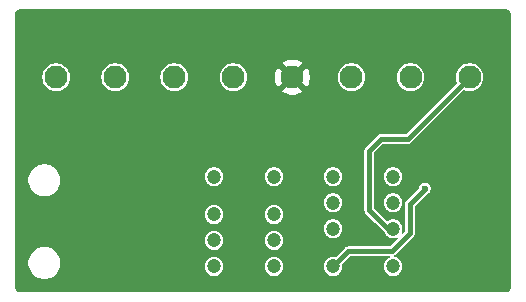
<source format=gbr>
%TF.GenerationSoftware,KiCad,Pcbnew,9.0.1*%
%TF.CreationDate,2025-06-11T23:13:23+02:00*%
%TF.ProjectId,PUTM_EV_CART_INDICATOR,5055544d-5f45-4565-9f43-4152545f494e,rev?*%
%TF.SameCoordinates,Original*%
%TF.FileFunction,Copper,L2,Bot*%
%TF.FilePolarity,Positive*%
%FSLAX46Y46*%
G04 Gerber Fmt 4.6, Leading zero omitted, Abs format (unit mm)*
G04 Created by KiCad (PCBNEW 9.0.1) date 2025-06-11 23:13:23*
%MOMM*%
%LPD*%
G01*
G04 APERTURE LIST*
%TA.AperFunction,ComponentPad*%
%ADD10C,1.200000*%
%TD*%
%TA.AperFunction,ComponentPad*%
%ADD11C,1.950000*%
%TD*%
%TA.AperFunction,ViaPad*%
%ADD12C,0.600000*%
%TD*%
%TA.AperFunction,Conductor*%
%ADD13C,0.400000*%
%TD*%
G04 APERTURE END LIST*
D10*
%TO.P,K3,1,COIL_1*%
%TO.N,+24V*%
X99357500Y-73700000D03*
%TO.P,K3,2,NC_1*%
%TO.N,unconnected-(K3-NC_1-Pad2)*%
X99357500Y-76900000D03*
%TO.P,K3,3,COM_1*%
%TO.N,+24V*%
X99357500Y-79100000D03*
%TO.P,K3,4,NO_1*%
%TO.N,Net-(K3-NO_1)*%
X99357500Y-81300000D03*
%TO.P,K3,5,NO_2*%
%TO.N,/TSAL_COLUMN*%
X104437500Y-81300000D03*
%TO.P,K3,6,COM_2*%
%TO.N,+24V*%
X104437500Y-79100000D03*
%TO.P,K3,7,NC_2*%
%TO.N,unconnected-(K3-NC_2-Pad7)*%
X104437500Y-76900000D03*
%TO.P,K3,8,COIL_2*%
%TO.N,Net-(D2-A)*%
X104437500Y-73700000D03*
%TD*%
%TO.P,K4,1,COIL_1*%
%TO.N,+24V*%
X114517500Y-81300000D03*
%TO.P,K4,2,NC_1*%
%TO.N,/IMD_COLUMN*%
X114517500Y-78100000D03*
%TO.P,K4,3,COM_1*%
%TO.N,+24V*%
X114517500Y-75900000D03*
%TO.P,K4,4,NO_1*%
%TO.N,unconnected-(K4-NO_1-Pad4)*%
X114517500Y-73700000D03*
%TO.P,K4,5,NO_2*%
%TO.N,unconnected-(K4-NO_2-Pad5)*%
X109437500Y-73700000D03*
%TO.P,K4,6,COM_2*%
%TO.N,+24V*%
X109437500Y-75900000D03*
%TO.P,K4,7,NC_2*%
%TO.N,Net-(K4-NC_2)*%
X109437500Y-78100000D03*
%TO.P,K4,8,COIL_2*%
%TO.N,Net-(D1-A)*%
X109437500Y-81300000D03*
%TD*%
D11*
%TO.P,J1,1,Pin_1*%
%TO.N,/TSAL_COLUMN*%
X86000000Y-65280000D03*
%TO.P,J1,2,Pin_2*%
%TO.N,/TSAL_LED*%
X91000000Y-65280000D03*
%TO.P,J1,3,Pin_3*%
%TO.N,/TSAL_GREEN*%
X96000000Y-65280000D03*
%TO.P,J1,4,Pin_4*%
%TO.N,+24V*%
X101000000Y-65280000D03*
%TO.P,J1,5,Pin_5*%
%TO.N,GND*%
X106000000Y-65280000D03*
%TO.P,J1,6,Pin_6*%
%TO.N,/IMD*%
X111000000Y-65280000D03*
%TO.P,J1,7,Pin_7*%
%TO.N,/IMD_LED*%
X116000000Y-65280000D03*
%TO.P,J1,8,Pin_8*%
%TO.N,/IMD_COLUMN*%
X121000000Y-65280000D03*
%TD*%
D12*
%TO.N,GND*%
X119000000Y-82500000D03*
X121200000Y-74000000D03*
X102500000Y-71000000D03*
X123500000Y-82000000D03*
X102000000Y-77000000D03*
X89500000Y-78500000D03*
X96000000Y-81000000D03*
X105500000Y-75000000D03*
%TO.N,Net-(D1-A)*%
X117218750Y-74718750D03*
%TD*%
D13*
%TO.N,/IMD_COLUMN*%
X114100000Y-78100000D02*
X114517500Y-78100000D01*
X113500000Y-70500000D02*
X112500000Y-71500000D01*
X115780000Y-70500000D02*
X113500000Y-70500000D01*
X121000000Y-65280000D02*
X115780000Y-70500000D01*
X112500000Y-71500000D02*
X112500000Y-76500000D01*
X112500000Y-76500000D02*
X114100000Y-78100000D01*
%TO.N,Net-(D1-A)*%
X115937500Y-76000000D02*
X115937500Y-78500000D01*
X117218750Y-74718750D02*
X115937500Y-76000000D01*
X114437500Y-80000000D02*
X110737500Y-80000000D01*
X110737500Y-80000000D02*
X109437500Y-81300000D01*
X115937500Y-78500000D02*
X114437500Y-80000000D01*
%TD*%
%TA.AperFunction,Conductor*%
%TO.N,GND*%
G36*
X124004126Y-59500965D02*
G01*
X124014292Y-59502110D01*
X124102873Y-59512091D01*
X124119013Y-59515775D01*
X124208852Y-59547211D01*
X124223781Y-59554400D01*
X124304372Y-59605038D01*
X124317328Y-59615370D01*
X124384629Y-59682671D01*
X124394961Y-59695627D01*
X124445599Y-59776218D01*
X124452788Y-59791147D01*
X124484222Y-59880980D01*
X124487909Y-59897131D01*
X124499035Y-59995873D01*
X124499500Y-60004159D01*
X124499500Y-82995840D01*
X124499035Y-83004126D01*
X124487909Y-83102868D01*
X124484221Y-83119023D01*
X124452788Y-83208852D01*
X124445599Y-83223781D01*
X124394961Y-83304372D01*
X124384629Y-83317328D01*
X124317328Y-83384629D01*
X124304372Y-83394961D01*
X124223781Y-83445599D01*
X124208852Y-83452788D01*
X124135258Y-83478539D01*
X124119021Y-83484221D01*
X124102868Y-83487909D01*
X124004127Y-83499035D01*
X123995841Y-83499500D01*
X83004159Y-83499500D01*
X82995873Y-83499035D01*
X82897131Y-83487909D01*
X82880980Y-83484222D01*
X82833867Y-83467736D01*
X82791147Y-83452788D01*
X82776218Y-83445599D01*
X82695627Y-83394961D01*
X82682671Y-83384629D01*
X82615370Y-83317328D01*
X82605038Y-83304372D01*
X82554400Y-83223781D01*
X82547211Y-83208852D01*
X82515775Y-83119013D01*
X82512091Y-83102873D01*
X82500965Y-83004125D01*
X82500500Y-82995840D01*
X82500500Y-80893711D01*
X83649500Y-80893711D01*
X83649500Y-81106288D01*
X83682753Y-81316240D01*
X83682756Y-81316253D01*
X83748440Y-81518406D01*
X83844948Y-81707816D01*
X83919399Y-81810288D01*
X83969896Y-81879792D01*
X84120208Y-82030104D01*
X84174756Y-82069735D01*
X84292183Y-82155051D01*
X84383474Y-82201565D01*
X84481588Y-82251557D01*
X84481590Y-82251557D01*
X84481593Y-82251559D01*
X84683746Y-82317243D01*
X84683752Y-82317244D01*
X84683757Y-82317246D01*
X84788735Y-82333873D01*
X84893711Y-82350500D01*
X84893713Y-82350500D01*
X85106289Y-82350500D01*
X85190269Y-82337198D01*
X85316243Y-82317246D01*
X85316250Y-82317243D01*
X85316253Y-82317243D01*
X85518406Y-82251559D01*
X85518406Y-82251558D01*
X85518412Y-82251557D01*
X85707816Y-82155051D01*
X85879792Y-82030104D01*
X86030104Y-81879792D01*
X86155051Y-81707816D01*
X86251557Y-81518412D01*
X86317246Y-81316243D01*
X86332306Y-81221159D01*
X98557000Y-81221159D01*
X98557000Y-81378840D01*
X98587761Y-81533491D01*
X98587764Y-81533501D01*
X98648103Y-81679174D01*
X98648105Y-81679177D01*
X98648106Y-81679179D01*
X98735711Y-81810289D01*
X98847211Y-81921789D01*
X98978321Y-82009394D01*
X98978326Y-82009396D01*
X98978325Y-82009396D01*
X99123998Y-82069735D01*
X99124003Y-82069737D01*
X99278658Y-82100500D01*
X99278660Y-82100500D01*
X99436340Y-82100500D01*
X99436342Y-82100500D01*
X99590997Y-82069737D01*
X99736679Y-82009394D01*
X99867789Y-81921789D01*
X99979289Y-81810289D01*
X100066894Y-81679179D01*
X100127237Y-81533497D01*
X100158000Y-81378842D01*
X100158000Y-81221159D01*
X103637000Y-81221159D01*
X103637000Y-81378840D01*
X103667761Y-81533491D01*
X103667764Y-81533501D01*
X103728103Y-81679174D01*
X103728105Y-81679177D01*
X103728106Y-81679179D01*
X103815711Y-81810289D01*
X103927211Y-81921789D01*
X104058321Y-82009394D01*
X104058326Y-82009396D01*
X104058325Y-82009396D01*
X104203998Y-82069735D01*
X104204003Y-82069737D01*
X104358658Y-82100500D01*
X104358660Y-82100500D01*
X104516340Y-82100500D01*
X104516342Y-82100500D01*
X104670997Y-82069737D01*
X104816679Y-82009394D01*
X104947789Y-81921789D01*
X105059289Y-81810289D01*
X105146894Y-81679179D01*
X105207237Y-81533497D01*
X105238000Y-81378842D01*
X105238000Y-81221159D01*
X108637000Y-81221159D01*
X108637000Y-81378840D01*
X108667761Y-81533491D01*
X108667764Y-81533501D01*
X108728103Y-81679174D01*
X108728105Y-81679177D01*
X108728106Y-81679179D01*
X108815711Y-81810289D01*
X108927211Y-81921789D01*
X109058321Y-82009394D01*
X109058326Y-82009396D01*
X109058325Y-82009396D01*
X109203998Y-82069735D01*
X109204003Y-82069737D01*
X109358658Y-82100500D01*
X109358660Y-82100500D01*
X109516340Y-82100500D01*
X109516342Y-82100500D01*
X109670997Y-82069737D01*
X109816679Y-82009394D01*
X109947789Y-81921789D01*
X110059289Y-81810289D01*
X110146894Y-81679179D01*
X110207237Y-81533497D01*
X110238000Y-81378842D01*
X110238000Y-81221158D01*
X110219955Y-81130443D01*
X110231004Y-81074897D01*
X110240202Y-81063688D01*
X110881718Y-80422174D01*
X110934044Y-80400500D01*
X114225256Y-80400500D01*
X114277582Y-80422174D01*
X114299256Y-80474500D01*
X114277582Y-80526826D01*
X114253574Y-80542867D01*
X114138325Y-80590603D01*
X114007211Y-80678210D01*
X114007210Y-80678212D01*
X113895712Y-80789710D01*
X113895710Y-80789711D01*
X113808103Y-80920825D01*
X113747764Y-81066498D01*
X113747761Y-81066508D01*
X113717000Y-81221159D01*
X113717000Y-81378840D01*
X113747761Y-81533491D01*
X113747764Y-81533501D01*
X113808103Y-81679174D01*
X113808105Y-81679177D01*
X113808106Y-81679179D01*
X113895711Y-81810289D01*
X114007211Y-81921789D01*
X114138321Y-82009394D01*
X114138326Y-82009396D01*
X114138325Y-82009396D01*
X114283998Y-82069735D01*
X114284003Y-82069737D01*
X114438658Y-82100500D01*
X114438660Y-82100500D01*
X114596340Y-82100500D01*
X114596342Y-82100500D01*
X114750997Y-82069737D01*
X114896679Y-82009394D01*
X115027789Y-81921789D01*
X115139289Y-81810289D01*
X115226894Y-81679179D01*
X115287237Y-81533497D01*
X115318000Y-81378842D01*
X115318000Y-81221158D01*
X115287237Y-81066503D01*
X115226894Y-80920821D01*
X115139289Y-80789711D01*
X115027789Y-80678211D01*
X114896679Y-80590606D01*
X114896675Y-80590604D01*
X114896673Y-80590603D01*
X114896674Y-80590603D01*
X114751001Y-80530264D01*
X114750991Y-80530261D01*
X114623319Y-80504866D01*
X114576227Y-80473400D01*
X114565178Y-80417851D01*
X114596644Y-80370759D01*
X114600745Y-80368208D01*
X114683413Y-80320480D01*
X116257980Y-78745913D01*
X116310706Y-78654588D01*
X116310707Y-78654587D01*
X116338000Y-78552727D01*
X116338000Y-76196544D01*
X116359673Y-76144219D01*
X117270623Y-75233268D01*
X117303793Y-75214117D01*
X117411936Y-75185142D01*
X117526064Y-75119250D01*
X117619250Y-75026064D01*
X117685142Y-74911936D01*
X117719249Y-74784644D01*
X117719250Y-74784644D01*
X117719250Y-74652856D01*
X117719249Y-74652855D01*
X117685143Y-74525568D01*
X117685142Y-74525564D01*
X117619250Y-74411436D01*
X117526064Y-74318250D01*
X117522583Y-74316240D01*
X117411940Y-74252360D01*
X117411931Y-74252356D01*
X117284644Y-74218250D01*
X117284642Y-74218250D01*
X117152858Y-74218250D01*
X117152856Y-74218250D01*
X117025568Y-74252356D01*
X117025559Y-74252360D01*
X116911435Y-74318250D01*
X116818250Y-74411435D01*
X116752359Y-74525561D01*
X116752358Y-74525563D01*
X116752358Y-74525564D01*
X116723381Y-74633706D01*
X116704230Y-74666876D01*
X115617017Y-75754090D01*
X115564292Y-75845412D01*
X115564293Y-75845413D01*
X115537000Y-75947273D01*
X115537000Y-78303455D01*
X115515326Y-78355781D01*
X115373257Y-78497849D01*
X115320931Y-78519523D01*
X115268605Y-78497849D01*
X115246931Y-78445523D01*
X115252563Y-78417207D01*
X115287237Y-78333497D01*
X115318000Y-78178842D01*
X115318000Y-78021158D01*
X115287237Y-77866503D01*
X115226894Y-77720821D01*
X115139289Y-77589711D01*
X115027789Y-77478211D01*
X114896679Y-77390606D01*
X114896675Y-77390604D01*
X114896673Y-77390603D01*
X114896674Y-77390603D01*
X114751001Y-77330264D01*
X114750991Y-77330261D01*
X114647425Y-77309661D01*
X114596342Y-77299500D01*
X114438658Y-77299500D01*
X114394815Y-77308220D01*
X114284008Y-77330261D01*
X114283998Y-77330264D01*
X114138318Y-77390606D01*
X114080119Y-77429493D01*
X114024570Y-77440542D01*
X113986682Y-77420290D01*
X112922174Y-76355781D01*
X112900500Y-76303455D01*
X112900500Y-75821159D01*
X113717000Y-75821159D01*
X113717000Y-75978840D01*
X113747761Y-76133491D01*
X113747764Y-76133501D01*
X113808103Y-76279174D01*
X113881960Y-76389710D01*
X113895711Y-76410289D01*
X114007211Y-76521789D01*
X114138321Y-76609394D01*
X114138326Y-76609396D01*
X114138325Y-76609396D01*
X114247439Y-76654592D01*
X114284003Y-76669737D01*
X114438658Y-76700500D01*
X114438660Y-76700500D01*
X114596340Y-76700500D01*
X114596342Y-76700500D01*
X114750997Y-76669737D01*
X114896679Y-76609394D01*
X115027789Y-76521789D01*
X115139289Y-76410289D01*
X115226894Y-76279179D01*
X115287237Y-76133497D01*
X115318000Y-75978842D01*
X115318000Y-75821158D01*
X115287237Y-75666503D01*
X115226894Y-75520821D01*
X115139289Y-75389711D01*
X115027789Y-75278211D01*
X114896679Y-75190606D01*
X114896675Y-75190604D01*
X114896673Y-75190603D01*
X114896674Y-75190603D01*
X114751001Y-75130264D01*
X114750991Y-75130261D01*
X114647425Y-75109661D01*
X114596342Y-75099500D01*
X114438658Y-75099500D01*
X114394815Y-75108220D01*
X114284008Y-75130261D01*
X114283998Y-75130264D01*
X114138325Y-75190603D01*
X114007211Y-75278210D01*
X114007210Y-75278212D01*
X113895712Y-75389710D01*
X113895710Y-75389711D01*
X113808103Y-75520825D01*
X113747764Y-75666498D01*
X113747761Y-75666508D01*
X113717000Y-75821159D01*
X112900500Y-75821159D01*
X112900500Y-73621159D01*
X113717000Y-73621159D01*
X113717000Y-73778840D01*
X113747761Y-73933491D01*
X113747764Y-73933501D01*
X113808103Y-74079174D01*
X113808105Y-74079177D01*
X113808106Y-74079179D01*
X113895711Y-74210289D01*
X114007211Y-74321789D01*
X114138321Y-74409394D01*
X114138326Y-74409396D01*
X114138325Y-74409396D01*
X114283998Y-74469735D01*
X114284003Y-74469737D01*
X114438658Y-74500500D01*
X114438660Y-74500500D01*
X114596340Y-74500500D01*
X114596342Y-74500500D01*
X114750997Y-74469737D01*
X114896679Y-74409394D01*
X115027789Y-74321789D01*
X115139289Y-74210289D01*
X115226894Y-74079179D01*
X115287237Y-73933497D01*
X115318000Y-73778842D01*
X115318000Y-73621158D01*
X115287237Y-73466503D01*
X115226894Y-73320821D01*
X115139289Y-73189711D01*
X115027789Y-73078211D01*
X114896679Y-72990606D01*
X114896675Y-72990604D01*
X114896673Y-72990603D01*
X114896674Y-72990603D01*
X114751001Y-72930264D01*
X114750991Y-72930261D01*
X114647425Y-72909661D01*
X114596342Y-72899500D01*
X114438658Y-72899500D01*
X114394815Y-72908220D01*
X114284008Y-72930261D01*
X114283998Y-72930264D01*
X114138325Y-72990603D01*
X114007211Y-73078210D01*
X114007210Y-73078212D01*
X113895712Y-73189710D01*
X113895710Y-73189711D01*
X113808103Y-73320825D01*
X113747764Y-73466498D01*
X113747761Y-73466508D01*
X113717000Y-73621159D01*
X112900500Y-73621159D01*
X112900500Y-71696544D01*
X112922174Y-71644218D01*
X113644218Y-70922174D01*
X113696544Y-70900500D01*
X115832726Y-70900500D01*
X115832727Y-70900500D01*
X115934588Y-70873207D01*
X116025913Y-70820480D01*
X120463216Y-66383175D01*
X120515541Y-66361502D01*
X120545862Y-66368786D01*
X120546078Y-66368266D01*
X120548770Y-66369381D01*
X120724725Y-66426552D01*
X120724731Y-66426553D01*
X120724736Y-66426555D01*
X120816111Y-66441027D01*
X120907484Y-66455500D01*
X120907486Y-66455500D01*
X121092516Y-66455500D01*
X121165614Y-66443922D01*
X121275264Y-66426555D01*
X121275271Y-66426552D01*
X121275274Y-66426552D01*
X121451232Y-66369380D01*
X121451232Y-66369379D01*
X121451235Y-66369379D01*
X121616096Y-66285378D01*
X121765787Y-66176621D01*
X121896621Y-66045787D01*
X122005378Y-65896096D01*
X122089379Y-65731235D01*
X122146555Y-65555264D01*
X122175500Y-65372514D01*
X122175500Y-65187486D01*
X122146555Y-65004736D01*
X122146553Y-65004731D01*
X122146552Y-65004725D01*
X122089380Y-64828767D01*
X122089378Y-64828763D01*
X122030803Y-64713804D01*
X122005378Y-64663904D01*
X121896621Y-64514213D01*
X121765787Y-64383379D01*
X121765784Y-64383376D01*
X121765782Y-64383375D01*
X121616098Y-64274623D01*
X121616092Y-64274620D01*
X121451236Y-64190621D01*
X121451232Y-64190619D01*
X121275274Y-64133447D01*
X121275261Y-64133444D01*
X121092516Y-64104500D01*
X121092514Y-64104500D01*
X120907486Y-64104500D01*
X120907484Y-64104500D01*
X120724738Y-64133444D01*
X120724725Y-64133447D01*
X120548767Y-64190619D01*
X120548763Y-64190621D01*
X120383907Y-64274620D01*
X120383901Y-64274623D01*
X120234217Y-64383375D01*
X120103375Y-64514217D01*
X119994623Y-64663901D01*
X119994620Y-64663907D01*
X119910621Y-64828763D01*
X119910619Y-64828767D01*
X119853447Y-65004725D01*
X119853444Y-65004738D01*
X119824500Y-65187484D01*
X119824500Y-65372515D01*
X119853444Y-65555261D01*
X119853447Y-65555274D01*
X119910618Y-65731229D01*
X119911734Y-65733922D01*
X119910705Y-65734347D01*
X119914873Y-65787327D01*
X119896822Y-65816783D01*
X115635781Y-70077826D01*
X115583455Y-70099500D01*
X113557273Y-70099500D01*
X113557257Y-70099499D01*
X113552727Y-70099499D01*
X113447273Y-70099499D01*
X113447271Y-70099499D01*
X113345416Y-70126791D01*
X113345411Y-70126793D01*
X113254086Y-70179520D01*
X113179518Y-70254089D01*
X112179517Y-71254090D01*
X112126792Y-71345412D01*
X112126793Y-71345413D01*
X112099500Y-71447273D01*
X112099500Y-76447273D01*
X112099500Y-76552727D01*
X112114684Y-76609394D01*
X112126793Y-76654588D01*
X112126795Y-76654592D01*
X112179517Y-76745909D01*
X112179518Y-76745910D01*
X112179520Y-76745913D01*
X113023318Y-77589710D01*
X113727087Y-78293479D01*
X113746628Y-78330036D01*
X113746706Y-78330013D01*
X113746824Y-78330403D01*
X113747339Y-78331366D01*
X113747762Y-78333494D01*
X113747763Y-78333499D01*
X113808103Y-78479174D01*
X113881960Y-78589710D01*
X113895711Y-78610289D01*
X114007211Y-78721789D01*
X114138321Y-78809394D01*
X114138326Y-78809396D01*
X114138325Y-78809396D01*
X114200294Y-78835064D01*
X114284003Y-78869737D01*
X114438658Y-78900500D01*
X114438660Y-78900500D01*
X114596340Y-78900500D01*
X114596342Y-78900500D01*
X114750997Y-78869737D01*
X114834706Y-78835064D01*
X114891342Y-78835064D01*
X114931390Y-78875112D01*
X114931390Y-78931750D01*
X114915349Y-78955757D01*
X114293281Y-79577826D01*
X114240955Y-79599500D01*
X110794773Y-79599500D01*
X110794757Y-79599499D01*
X110790227Y-79599499D01*
X110684773Y-79599499D01*
X110684771Y-79599499D01*
X110582916Y-79626791D01*
X110582911Y-79626793D01*
X110491586Y-79679520D01*
X110417018Y-79754089D01*
X109673815Y-80497291D01*
X109621489Y-80518965D01*
X109607053Y-80517543D01*
X109516342Y-80499500D01*
X109358658Y-80499500D01*
X109314815Y-80508220D01*
X109204008Y-80530261D01*
X109203998Y-80530264D01*
X109058325Y-80590603D01*
X108927211Y-80678210D01*
X108927210Y-80678212D01*
X108815712Y-80789710D01*
X108815710Y-80789711D01*
X108728103Y-80920825D01*
X108667764Y-81066498D01*
X108667761Y-81066508D01*
X108637000Y-81221159D01*
X105238000Y-81221159D01*
X105238000Y-81221158D01*
X105207237Y-81066503D01*
X105146894Y-80920821D01*
X105059289Y-80789711D01*
X104947789Y-80678211D01*
X104816679Y-80590606D01*
X104816675Y-80590604D01*
X104816673Y-80590603D01*
X104816674Y-80590603D01*
X104671001Y-80530264D01*
X104670991Y-80530261D01*
X104567425Y-80509661D01*
X104516342Y-80499500D01*
X104358658Y-80499500D01*
X104314815Y-80508220D01*
X104204008Y-80530261D01*
X104203998Y-80530264D01*
X104058325Y-80590603D01*
X103927211Y-80678210D01*
X103927210Y-80678212D01*
X103815712Y-80789710D01*
X103815710Y-80789711D01*
X103728103Y-80920825D01*
X103667764Y-81066498D01*
X103667761Y-81066508D01*
X103637000Y-81221159D01*
X100158000Y-81221159D01*
X100158000Y-81221158D01*
X100127237Y-81066503D01*
X100066894Y-80920821D01*
X99979289Y-80789711D01*
X99867789Y-80678211D01*
X99736679Y-80590606D01*
X99736675Y-80590604D01*
X99736673Y-80590603D01*
X99736674Y-80590603D01*
X99591001Y-80530264D01*
X99590991Y-80530261D01*
X99487425Y-80509661D01*
X99436342Y-80499500D01*
X99278658Y-80499500D01*
X99234815Y-80508220D01*
X99124008Y-80530261D01*
X99123998Y-80530264D01*
X98978325Y-80590603D01*
X98847211Y-80678210D01*
X98847210Y-80678212D01*
X98735712Y-80789710D01*
X98735710Y-80789711D01*
X98648103Y-80920825D01*
X98587764Y-81066498D01*
X98587761Y-81066508D01*
X98557000Y-81221159D01*
X86332306Y-81221159D01*
X86350500Y-81106287D01*
X86350500Y-80893713D01*
X86317246Y-80683757D01*
X86317244Y-80683752D01*
X86317243Y-80683746D01*
X86251559Y-80481593D01*
X86251557Y-80481590D01*
X86251557Y-80481588D01*
X86169469Y-80320480D01*
X86155051Y-80292183D01*
X86099451Y-80215656D01*
X86030104Y-80120208D01*
X85879792Y-79969896D01*
X85784276Y-79900500D01*
X85707816Y-79844948D01*
X85518406Y-79748440D01*
X85316253Y-79682756D01*
X85316240Y-79682753D01*
X85106289Y-79649500D01*
X85106287Y-79649500D01*
X84893713Y-79649500D01*
X84893711Y-79649500D01*
X84683759Y-79682753D01*
X84683746Y-79682756D01*
X84481593Y-79748440D01*
X84292183Y-79844948D01*
X84120212Y-79969893D01*
X84120208Y-79969896D01*
X83969896Y-80120208D01*
X83969893Y-80120211D01*
X83969893Y-80120212D01*
X83844948Y-80292183D01*
X83748440Y-80481593D01*
X83682756Y-80683746D01*
X83682753Y-80683759D01*
X83649500Y-80893711D01*
X82500500Y-80893711D01*
X82500500Y-79021159D01*
X98557000Y-79021159D01*
X98557000Y-79178840D01*
X98587761Y-79333491D01*
X98587764Y-79333501D01*
X98648103Y-79479174D01*
X98648105Y-79479177D01*
X98648106Y-79479179D01*
X98735711Y-79610289D01*
X98847211Y-79721789D01*
X98978321Y-79809394D01*
X98978326Y-79809396D01*
X98978325Y-79809396D01*
X99064159Y-79844949D01*
X99124003Y-79869737D01*
X99278658Y-79900500D01*
X99278660Y-79900500D01*
X99436340Y-79900500D01*
X99436342Y-79900500D01*
X99590997Y-79869737D01*
X99736679Y-79809394D01*
X99867789Y-79721789D01*
X99979289Y-79610289D01*
X100066894Y-79479179D01*
X100127237Y-79333497D01*
X100158000Y-79178842D01*
X100158000Y-79021159D01*
X103637000Y-79021159D01*
X103637000Y-79178840D01*
X103667761Y-79333491D01*
X103667764Y-79333501D01*
X103728103Y-79479174D01*
X103728105Y-79479177D01*
X103728106Y-79479179D01*
X103815711Y-79610289D01*
X103927211Y-79721789D01*
X104058321Y-79809394D01*
X104058326Y-79809396D01*
X104058325Y-79809396D01*
X104144159Y-79844949D01*
X104204003Y-79869737D01*
X104358658Y-79900500D01*
X104358660Y-79900500D01*
X104516340Y-79900500D01*
X104516342Y-79900500D01*
X104670997Y-79869737D01*
X104816679Y-79809394D01*
X104947789Y-79721789D01*
X105059289Y-79610289D01*
X105146894Y-79479179D01*
X105207237Y-79333497D01*
X105238000Y-79178842D01*
X105238000Y-79021158D01*
X105207237Y-78866503D01*
X105183582Y-78809394D01*
X105146896Y-78720825D01*
X105146895Y-78720823D01*
X105146894Y-78720821D01*
X105059289Y-78589711D01*
X104947789Y-78478211D01*
X104816679Y-78390606D01*
X104816675Y-78390604D01*
X104816673Y-78390603D01*
X104816674Y-78390603D01*
X104671001Y-78330264D01*
X104670991Y-78330261D01*
X104565871Y-78309352D01*
X104516342Y-78299500D01*
X104358658Y-78299500D01*
X104314815Y-78308220D01*
X104204008Y-78330261D01*
X104203998Y-78330264D01*
X104058325Y-78390603D01*
X103927211Y-78478210D01*
X103927210Y-78478212D01*
X103815712Y-78589710D01*
X103815710Y-78589711D01*
X103728103Y-78720825D01*
X103667764Y-78866498D01*
X103667761Y-78866508D01*
X103637000Y-79021159D01*
X100158000Y-79021159D01*
X100158000Y-79021158D01*
X100127237Y-78866503D01*
X100103582Y-78809394D01*
X100066896Y-78720825D01*
X100066895Y-78720823D01*
X100066894Y-78720821D01*
X99979289Y-78589711D01*
X99867789Y-78478211D01*
X99736679Y-78390606D01*
X99736675Y-78390604D01*
X99736673Y-78390603D01*
X99736674Y-78390603D01*
X99591001Y-78330264D01*
X99590991Y-78330261D01*
X99485871Y-78309352D01*
X99436342Y-78299500D01*
X99278658Y-78299500D01*
X99234815Y-78308220D01*
X99124008Y-78330261D01*
X99123998Y-78330264D01*
X98978325Y-78390603D01*
X98847211Y-78478210D01*
X98847210Y-78478212D01*
X98735712Y-78589710D01*
X98735710Y-78589711D01*
X98648103Y-78720825D01*
X98587764Y-78866498D01*
X98587761Y-78866508D01*
X98557000Y-79021159D01*
X82500500Y-79021159D01*
X82500500Y-78021159D01*
X108637000Y-78021159D01*
X108637000Y-78178840D01*
X108667761Y-78333491D01*
X108667764Y-78333501D01*
X108728103Y-78479174D01*
X108801960Y-78589710D01*
X108815711Y-78610289D01*
X108927211Y-78721789D01*
X109058321Y-78809394D01*
X109058326Y-78809396D01*
X109058325Y-78809396D01*
X109120294Y-78835064D01*
X109204003Y-78869737D01*
X109358658Y-78900500D01*
X109358660Y-78900500D01*
X109516340Y-78900500D01*
X109516342Y-78900500D01*
X109670997Y-78869737D01*
X109816679Y-78809394D01*
X109947789Y-78721789D01*
X110059289Y-78610289D01*
X110146894Y-78479179D01*
X110207237Y-78333497D01*
X110238000Y-78178842D01*
X110238000Y-78021158D01*
X110207237Y-77866503D01*
X110146894Y-77720821D01*
X110059289Y-77589711D01*
X109947789Y-77478211D01*
X109816679Y-77390606D01*
X109816675Y-77390604D01*
X109816673Y-77390603D01*
X109816674Y-77390603D01*
X109671001Y-77330264D01*
X109670991Y-77330261D01*
X109567425Y-77309661D01*
X109516342Y-77299500D01*
X109358658Y-77299500D01*
X109314815Y-77308220D01*
X109204008Y-77330261D01*
X109203998Y-77330264D01*
X109058325Y-77390603D01*
X108927211Y-77478210D01*
X108927210Y-77478212D01*
X108815712Y-77589710D01*
X108815710Y-77589711D01*
X108728103Y-77720825D01*
X108667764Y-77866498D01*
X108667761Y-77866508D01*
X108637000Y-78021159D01*
X82500500Y-78021159D01*
X82500500Y-76821159D01*
X98557000Y-76821159D01*
X98557000Y-76978840D01*
X98587761Y-77133491D01*
X98587764Y-77133501D01*
X98648103Y-77279174D01*
X98648105Y-77279177D01*
X98648106Y-77279179D01*
X98735711Y-77410289D01*
X98847211Y-77521789D01*
X98978321Y-77609394D01*
X98978326Y-77609396D01*
X98978325Y-77609396D01*
X99123998Y-77669735D01*
X99124003Y-77669737D01*
X99278658Y-77700500D01*
X99278660Y-77700500D01*
X99436340Y-77700500D01*
X99436342Y-77700500D01*
X99590997Y-77669737D01*
X99736679Y-77609394D01*
X99867789Y-77521789D01*
X99979289Y-77410289D01*
X100066894Y-77279179D01*
X100127237Y-77133497D01*
X100158000Y-76978842D01*
X100158000Y-76821159D01*
X103637000Y-76821159D01*
X103637000Y-76978840D01*
X103667761Y-77133491D01*
X103667764Y-77133501D01*
X103728103Y-77279174D01*
X103728105Y-77279177D01*
X103728106Y-77279179D01*
X103815711Y-77410289D01*
X103927211Y-77521789D01*
X104058321Y-77609394D01*
X104058326Y-77609396D01*
X104058325Y-77609396D01*
X104203998Y-77669735D01*
X104204003Y-77669737D01*
X104358658Y-77700500D01*
X104358660Y-77700500D01*
X104516340Y-77700500D01*
X104516342Y-77700500D01*
X104670997Y-77669737D01*
X104816679Y-77609394D01*
X104947789Y-77521789D01*
X105059289Y-77410289D01*
X105146894Y-77279179D01*
X105207237Y-77133497D01*
X105238000Y-76978842D01*
X105238000Y-76821158D01*
X105207237Y-76666503D01*
X105146894Y-76520821D01*
X105059289Y-76389711D01*
X104947789Y-76278211D01*
X104816679Y-76190606D01*
X104816675Y-76190604D01*
X104816673Y-76190603D01*
X104816674Y-76190603D01*
X104671001Y-76130264D01*
X104670991Y-76130261D01*
X104567425Y-76109661D01*
X104516342Y-76099500D01*
X104358658Y-76099500D01*
X104314815Y-76108220D01*
X104204008Y-76130261D01*
X104203998Y-76130264D01*
X104058325Y-76190603D01*
X103927211Y-76278210D01*
X103927210Y-76278212D01*
X103815712Y-76389710D01*
X103815710Y-76389711D01*
X103728103Y-76520825D01*
X103667764Y-76666498D01*
X103667761Y-76666508D01*
X103637000Y-76821159D01*
X100158000Y-76821159D01*
X100158000Y-76821158D01*
X100127237Y-76666503D01*
X100066894Y-76520821D01*
X99979289Y-76389711D01*
X99867789Y-76278211D01*
X99736679Y-76190606D01*
X99736675Y-76190604D01*
X99736673Y-76190603D01*
X99736674Y-76190603D01*
X99591001Y-76130264D01*
X99590991Y-76130261D01*
X99487425Y-76109661D01*
X99436342Y-76099500D01*
X99278658Y-76099500D01*
X99234815Y-76108220D01*
X99124008Y-76130261D01*
X99123998Y-76130264D01*
X98978325Y-76190603D01*
X98847211Y-76278210D01*
X98847210Y-76278212D01*
X98735712Y-76389710D01*
X98735710Y-76389711D01*
X98648103Y-76520825D01*
X98587764Y-76666498D01*
X98587761Y-76666508D01*
X98557000Y-76821159D01*
X82500500Y-76821159D01*
X82500500Y-75821159D01*
X108637000Y-75821159D01*
X108637000Y-75978840D01*
X108667761Y-76133491D01*
X108667764Y-76133501D01*
X108728103Y-76279174D01*
X108801960Y-76389710D01*
X108815711Y-76410289D01*
X108927211Y-76521789D01*
X109058321Y-76609394D01*
X109058326Y-76609396D01*
X109058325Y-76609396D01*
X109167439Y-76654592D01*
X109204003Y-76669737D01*
X109358658Y-76700500D01*
X109358660Y-76700500D01*
X109516340Y-76700500D01*
X109516342Y-76700500D01*
X109670997Y-76669737D01*
X109816679Y-76609394D01*
X109947789Y-76521789D01*
X110059289Y-76410289D01*
X110146894Y-76279179D01*
X110207237Y-76133497D01*
X110238000Y-75978842D01*
X110238000Y-75821158D01*
X110207237Y-75666503D01*
X110146894Y-75520821D01*
X110059289Y-75389711D01*
X109947789Y-75278211D01*
X109816679Y-75190606D01*
X109816675Y-75190604D01*
X109816673Y-75190603D01*
X109816674Y-75190603D01*
X109671001Y-75130264D01*
X109670991Y-75130261D01*
X109567425Y-75109661D01*
X109516342Y-75099500D01*
X109358658Y-75099500D01*
X109314815Y-75108220D01*
X109204008Y-75130261D01*
X109203998Y-75130264D01*
X109058325Y-75190603D01*
X108927211Y-75278210D01*
X108927210Y-75278212D01*
X108815712Y-75389710D01*
X108815710Y-75389711D01*
X108728103Y-75520825D01*
X108667764Y-75666498D01*
X108667761Y-75666508D01*
X108637000Y-75821159D01*
X82500500Y-75821159D01*
X82500500Y-73893711D01*
X83649500Y-73893711D01*
X83649500Y-74106288D01*
X83682753Y-74316240D01*
X83682756Y-74316253D01*
X83748440Y-74518406D01*
X83844948Y-74707816D01*
X83900766Y-74784642D01*
X83969896Y-74879792D01*
X84120208Y-75030104D01*
X84215656Y-75099451D01*
X84292183Y-75155051D01*
X84383474Y-75201565D01*
X84481588Y-75251557D01*
X84481590Y-75251557D01*
X84481593Y-75251559D01*
X84683746Y-75317243D01*
X84683752Y-75317244D01*
X84683757Y-75317246D01*
X84788735Y-75333873D01*
X84893711Y-75350500D01*
X84893713Y-75350500D01*
X85106289Y-75350500D01*
X85190269Y-75337198D01*
X85316243Y-75317246D01*
X85316250Y-75317243D01*
X85316253Y-75317243D01*
X85518406Y-75251559D01*
X85518406Y-75251558D01*
X85518412Y-75251557D01*
X85707816Y-75155051D01*
X85879792Y-75030104D01*
X86030104Y-74879792D01*
X86155051Y-74707816D01*
X86251557Y-74518412D01*
X86315444Y-74321789D01*
X86317243Y-74316253D01*
X86317243Y-74316250D01*
X86317246Y-74316243D01*
X86350500Y-74106287D01*
X86350500Y-73893713D01*
X86317246Y-73683757D01*
X86317244Y-73683752D01*
X86317243Y-73683746D01*
X86303156Y-73640390D01*
X86296907Y-73621159D01*
X98557000Y-73621159D01*
X98557000Y-73778840D01*
X98587761Y-73933491D01*
X98587764Y-73933501D01*
X98648103Y-74079174D01*
X98648105Y-74079177D01*
X98648106Y-74079179D01*
X98735711Y-74210289D01*
X98847211Y-74321789D01*
X98978321Y-74409394D01*
X98978326Y-74409396D01*
X98978325Y-74409396D01*
X99123998Y-74469735D01*
X99124003Y-74469737D01*
X99278658Y-74500500D01*
X99278660Y-74500500D01*
X99436340Y-74500500D01*
X99436342Y-74500500D01*
X99590997Y-74469737D01*
X99736679Y-74409394D01*
X99867789Y-74321789D01*
X99979289Y-74210289D01*
X100066894Y-74079179D01*
X100127237Y-73933497D01*
X100158000Y-73778842D01*
X100158000Y-73621159D01*
X103637000Y-73621159D01*
X103637000Y-73778840D01*
X103667761Y-73933491D01*
X103667764Y-73933501D01*
X103728103Y-74079174D01*
X103728105Y-74079177D01*
X103728106Y-74079179D01*
X103815711Y-74210289D01*
X103927211Y-74321789D01*
X104058321Y-74409394D01*
X104058326Y-74409396D01*
X104058325Y-74409396D01*
X104203998Y-74469735D01*
X104204003Y-74469737D01*
X104358658Y-74500500D01*
X104358660Y-74500500D01*
X104516340Y-74500500D01*
X104516342Y-74500500D01*
X104670997Y-74469737D01*
X104816679Y-74409394D01*
X104947789Y-74321789D01*
X105059289Y-74210289D01*
X105146894Y-74079179D01*
X105207237Y-73933497D01*
X105238000Y-73778842D01*
X105238000Y-73621159D01*
X108637000Y-73621159D01*
X108637000Y-73778840D01*
X108667761Y-73933491D01*
X108667764Y-73933501D01*
X108728103Y-74079174D01*
X108728105Y-74079177D01*
X108728106Y-74079179D01*
X108815711Y-74210289D01*
X108927211Y-74321789D01*
X109058321Y-74409394D01*
X109058326Y-74409396D01*
X109058325Y-74409396D01*
X109203998Y-74469735D01*
X109204003Y-74469737D01*
X109358658Y-74500500D01*
X109358660Y-74500500D01*
X109516340Y-74500500D01*
X109516342Y-74500500D01*
X109670997Y-74469737D01*
X109816679Y-74409394D01*
X109947789Y-74321789D01*
X110059289Y-74210289D01*
X110146894Y-74079179D01*
X110207237Y-73933497D01*
X110238000Y-73778842D01*
X110238000Y-73621158D01*
X110207237Y-73466503D01*
X110146894Y-73320821D01*
X110059289Y-73189711D01*
X109947789Y-73078211D01*
X109816679Y-72990606D01*
X109816675Y-72990604D01*
X109816673Y-72990603D01*
X109816674Y-72990603D01*
X109671001Y-72930264D01*
X109670991Y-72930261D01*
X109567425Y-72909661D01*
X109516342Y-72899500D01*
X109358658Y-72899500D01*
X109314815Y-72908220D01*
X109204008Y-72930261D01*
X109203998Y-72930264D01*
X109058325Y-72990603D01*
X108927211Y-73078210D01*
X108927210Y-73078212D01*
X108815712Y-73189710D01*
X108815710Y-73189711D01*
X108728103Y-73320825D01*
X108667764Y-73466498D01*
X108667761Y-73466508D01*
X108637000Y-73621159D01*
X105238000Y-73621159D01*
X105238000Y-73621158D01*
X105207237Y-73466503D01*
X105146894Y-73320821D01*
X105059289Y-73189711D01*
X104947789Y-73078211D01*
X104816679Y-72990606D01*
X104816675Y-72990604D01*
X104816673Y-72990603D01*
X104816674Y-72990603D01*
X104671001Y-72930264D01*
X104670991Y-72930261D01*
X104567425Y-72909661D01*
X104516342Y-72899500D01*
X104358658Y-72899500D01*
X104314815Y-72908220D01*
X104204008Y-72930261D01*
X104203998Y-72930264D01*
X104058325Y-72990603D01*
X103927211Y-73078210D01*
X103927210Y-73078212D01*
X103815712Y-73189710D01*
X103815710Y-73189711D01*
X103728103Y-73320825D01*
X103667764Y-73466498D01*
X103667761Y-73466508D01*
X103637000Y-73621159D01*
X100158000Y-73621159D01*
X100158000Y-73621158D01*
X100127237Y-73466503D01*
X100066894Y-73320821D01*
X99979289Y-73189711D01*
X99867789Y-73078211D01*
X99736679Y-72990606D01*
X99736675Y-72990604D01*
X99736673Y-72990603D01*
X99736674Y-72990603D01*
X99591001Y-72930264D01*
X99590991Y-72930261D01*
X99487425Y-72909661D01*
X99436342Y-72899500D01*
X99278658Y-72899500D01*
X99234815Y-72908220D01*
X99124008Y-72930261D01*
X99123998Y-72930264D01*
X98978325Y-72990603D01*
X98847211Y-73078210D01*
X98847210Y-73078212D01*
X98735712Y-73189710D01*
X98735710Y-73189711D01*
X98648103Y-73320825D01*
X98587764Y-73466498D01*
X98587761Y-73466508D01*
X98557000Y-73621159D01*
X86296907Y-73621159D01*
X86264904Y-73522665D01*
X86251557Y-73481588D01*
X86186824Y-73354542D01*
X86155051Y-73292183D01*
X86099451Y-73215656D01*
X86030104Y-73120208D01*
X85879792Y-72969896D01*
X85782900Y-72899500D01*
X85707816Y-72844948D01*
X85518406Y-72748440D01*
X85316253Y-72682756D01*
X85316240Y-72682753D01*
X85106289Y-72649500D01*
X85106287Y-72649500D01*
X84893713Y-72649500D01*
X84893711Y-72649500D01*
X84683759Y-72682753D01*
X84683746Y-72682756D01*
X84481593Y-72748440D01*
X84292183Y-72844948D01*
X84120212Y-72969893D01*
X84120208Y-72969896D01*
X83969896Y-73120208D01*
X83969893Y-73120211D01*
X83969893Y-73120212D01*
X83844948Y-73292183D01*
X83748440Y-73481593D01*
X83682756Y-73683746D01*
X83682753Y-73683759D01*
X83649500Y-73893711D01*
X82500500Y-73893711D01*
X82500500Y-65187484D01*
X84824500Y-65187484D01*
X84824500Y-65372515D01*
X84853444Y-65555261D01*
X84853447Y-65555274D01*
X84910619Y-65731232D01*
X84910621Y-65731236D01*
X84994620Y-65896092D01*
X84994623Y-65896098D01*
X85103375Y-66045782D01*
X85103379Y-66045787D01*
X85234213Y-66176621D01*
X85383904Y-66285378D01*
X85501233Y-66345160D01*
X85548763Y-66369378D01*
X85548767Y-66369380D01*
X85724725Y-66426552D01*
X85724731Y-66426553D01*
X85724736Y-66426555D01*
X85816111Y-66441027D01*
X85907484Y-66455500D01*
X85907486Y-66455500D01*
X86092516Y-66455500D01*
X86165614Y-66443922D01*
X86275264Y-66426555D01*
X86275271Y-66426552D01*
X86275274Y-66426552D01*
X86451232Y-66369380D01*
X86451232Y-66369379D01*
X86451235Y-66369379D01*
X86616096Y-66285378D01*
X86765787Y-66176621D01*
X86896621Y-66045787D01*
X87005378Y-65896096D01*
X87089379Y-65731235D01*
X87146555Y-65555264D01*
X87175500Y-65372514D01*
X87175500Y-65187486D01*
X87175500Y-65187484D01*
X89824500Y-65187484D01*
X89824500Y-65372515D01*
X89853444Y-65555261D01*
X89853447Y-65555274D01*
X89910619Y-65731232D01*
X89910621Y-65731236D01*
X89994620Y-65896092D01*
X89994623Y-65896098D01*
X90103375Y-66045782D01*
X90103379Y-66045787D01*
X90234213Y-66176621D01*
X90383904Y-66285378D01*
X90501233Y-66345160D01*
X90548763Y-66369378D01*
X90548767Y-66369380D01*
X90724725Y-66426552D01*
X90724731Y-66426553D01*
X90724736Y-66426555D01*
X90816111Y-66441027D01*
X90907484Y-66455500D01*
X90907486Y-66455500D01*
X91092516Y-66455500D01*
X91165614Y-66443922D01*
X91275264Y-66426555D01*
X91275271Y-66426552D01*
X91275274Y-66426552D01*
X91451232Y-66369380D01*
X91451232Y-66369379D01*
X91451235Y-66369379D01*
X91616096Y-66285378D01*
X91765787Y-66176621D01*
X91896621Y-66045787D01*
X92005378Y-65896096D01*
X92089379Y-65731235D01*
X92146555Y-65555264D01*
X92175500Y-65372514D01*
X92175500Y-65187486D01*
X92175500Y-65187484D01*
X94824500Y-65187484D01*
X94824500Y-65372515D01*
X94853444Y-65555261D01*
X94853447Y-65555274D01*
X94910619Y-65731232D01*
X94910621Y-65731236D01*
X94994620Y-65896092D01*
X94994623Y-65896098D01*
X95103375Y-66045782D01*
X95103379Y-66045787D01*
X95234213Y-66176621D01*
X95383904Y-66285378D01*
X95501233Y-66345160D01*
X95548763Y-66369378D01*
X95548767Y-66369380D01*
X95724725Y-66426552D01*
X95724731Y-66426553D01*
X95724736Y-66426555D01*
X95816111Y-66441027D01*
X95907484Y-66455500D01*
X95907486Y-66455500D01*
X96092516Y-66455500D01*
X96165614Y-66443922D01*
X96275264Y-66426555D01*
X96275271Y-66426552D01*
X96275274Y-66426552D01*
X96451232Y-66369380D01*
X96451232Y-66369379D01*
X96451235Y-66369379D01*
X96616096Y-66285378D01*
X96765787Y-66176621D01*
X96896621Y-66045787D01*
X97005378Y-65896096D01*
X97089379Y-65731235D01*
X97146555Y-65555264D01*
X97175500Y-65372514D01*
X97175500Y-65187486D01*
X97175500Y-65187484D01*
X99824500Y-65187484D01*
X99824500Y-65372515D01*
X99853444Y-65555261D01*
X99853447Y-65555274D01*
X99910619Y-65731232D01*
X99910621Y-65731236D01*
X99994620Y-65896092D01*
X99994623Y-65896098D01*
X100103375Y-66045782D01*
X100103379Y-66045787D01*
X100234213Y-66176621D01*
X100383904Y-66285378D01*
X100501233Y-66345160D01*
X100548763Y-66369378D01*
X100548767Y-66369380D01*
X100724725Y-66426552D01*
X100724731Y-66426553D01*
X100724736Y-66426555D01*
X100816111Y-66441027D01*
X100907484Y-66455500D01*
X100907486Y-66455500D01*
X101092516Y-66455500D01*
X101165614Y-66443922D01*
X101275264Y-66426555D01*
X101275271Y-66426552D01*
X101275274Y-66426552D01*
X101399528Y-66386180D01*
X101451232Y-66369380D01*
X101451232Y-66369379D01*
X101451235Y-66369379D01*
X101616096Y-66285378D01*
X101765787Y-66176621D01*
X101896621Y-66045787D01*
X102005378Y-65896096D01*
X102089379Y-65731235D01*
X102146555Y-65555264D01*
X102175500Y-65372514D01*
X102175500Y-65187486D01*
X102171767Y-65163914D01*
X104525000Y-65163914D01*
X104525000Y-65396085D01*
X104561318Y-65625394D01*
X104561321Y-65625407D01*
X104633060Y-65846195D01*
X104738466Y-66053068D01*
X104795238Y-66131206D01*
X105398957Y-65527486D01*
X105423978Y-65587890D01*
X105495112Y-65694351D01*
X105585649Y-65784888D01*
X105692110Y-65856022D01*
X105752511Y-65881041D01*
X105148792Y-66484761D01*
X105226932Y-66541533D01*
X105433804Y-66646939D01*
X105654592Y-66718678D01*
X105654605Y-66718681D01*
X105883914Y-66755000D01*
X106116086Y-66755000D01*
X106345394Y-66718681D01*
X106345407Y-66718678D01*
X106566197Y-66646938D01*
X106566203Y-66646936D01*
X106773064Y-66541534D01*
X106773070Y-66541531D01*
X106851206Y-66484761D01*
X106247487Y-65881041D01*
X106307890Y-65856022D01*
X106414351Y-65784888D01*
X106504888Y-65694351D01*
X106576022Y-65587890D01*
X106601042Y-65527487D01*
X107204761Y-66131206D01*
X107261531Y-66053070D01*
X107261534Y-66053064D01*
X107366936Y-65846203D01*
X107366938Y-65846197D01*
X107438678Y-65625407D01*
X107438681Y-65625394D01*
X107475000Y-65396085D01*
X107475000Y-65187484D01*
X109824500Y-65187484D01*
X109824500Y-65372515D01*
X109853444Y-65555261D01*
X109853447Y-65555274D01*
X109910619Y-65731232D01*
X109910621Y-65731236D01*
X109994620Y-65896092D01*
X109994623Y-65896098D01*
X110103375Y-66045782D01*
X110103379Y-66045787D01*
X110234213Y-66176621D01*
X110383904Y-66285378D01*
X110501233Y-66345160D01*
X110548763Y-66369378D01*
X110548767Y-66369380D01*
X110724725Y-66426552D01*
X110724731Y-66426553D01*
X110724736Y-66426555D01*
X110816111Y-66441027D01*
X110907484Y-66455500D01*
X110907486Y-66455500D01*
X111092516Y-66455500D01*
X111165614Y-66443922D01*
X111275264Y-66426555D01*
X111275271Y-66426552D01*
X111275274Y-66426552D01*
X111451232Y-66369380D01*
X111451232Y-66369379D01*
X111451235Y-66369379D01*
X111616096Y-66285378D01*
X111765787Y-66176621D01*
X111896621Y-66045787D01*
X112005378Y-65896096D01*
X112089379Y-65731235D01*
X112146555Y-65555264D01*
X112175500Y-65372514D01*
X112175500Y-65187486D01*
X112175500Y-65187484D01*
X114824500Y-65187484D01*
X114824500Y-65372515D01*
X114853444Y-65555261D01*
X114853447Y-65555274D01*
X114910619Y-65731232D01*
X114910621Y-65731236D01*
X114994620Y-65896092D01*
X114994623Y-65896098D01*
X115103375Y-66045782D01*
X115103379Y-66045787D01*
X115234213Y-66176621D01*
X115383904Y-66285378D01*
X115501233Y-66345160D01*
X115548763Y-66369378D01*
X115548767Y-66369380D01*
X115724725Y-66426552D01*
X115724731Y-66426553D01*
X115724736Y-66426555D01*
X115816111Y-66441027D01*
X115907484Y-66455500D01*
X115907486Y-66455500D01*
X116092516Y-66455500D01*
X116165614Y-66443922D01*
X116275264Y-66426555D01*
X116275271Y-66426552D01*
X116275274Y-66426552D01*
X116451232Y-66369380D01*
X116451232Y-66369379D01*
X116451235Y-66369379D01*
X116616096Y-66285378D01*
X116765787Y-66176621D01*
X116896621Y-66045787D01*
X117005378Y-65896096D01*
X117089379Y-65731235D01*
X117146555Y-65555264D01*
X117175500Y-65372514D01*
X117175500Y-65187486D01*
X117146555Y-65004736D01*
X117146553Y-65004731D01*
X117146552Y-65004725D01*
X117089380Y-64828767D01*
X117089378Y-64828763D01*
X117030803Y-64713804D01*
X117005378Y-64663904D01*
X116896621Y-64514213D01*
X116765787Y-64383379D01*
X116765784Y-64383376D01*
X116765782Y-64383375D01*
X116616098Y-64274623D01*
X116616092Y-64274620D01*
X116451236Y-64190621D01*
X116451232Y-64190619D01*
X116275274Y-64133447D01*
X116275261Y-64133444D01*
X116092516Y-64104500D01*
X116092514Y-64104500D01*
X115907486Y-64104500D01*
X115907484Y-64104500D01*
X115724738Y-64133444D01*
X115724725Y-64133447D01*
X115548767Y-64190619D01*
X115548763Y-64190621D01*
X115383907Y-64274620D01*
X115383901Y-64274623D01*
X115234217Y-64383375D01*
X115103375Y-64514217D01*
X114994623Y-64663901D01*
X114994620Y-64663907D01*
X114910621Y-64828763D01*
X114910619Y-64828767D01*
X114853447Y-65004725D01*
X114853444Y-65004738D01*
X114824500Y-65187484D01*
X112175500Y-65187484D01*
X112146555Y-65004736D01*
X112146553Y-65004731D01*
X112146552Y-65004725D01*
X112089380Y-64828767D01*
X112089378Y-64828763D01*
X112030803Y-64713804D01*
X112005378Y-64663904D01*
X111896621Y-64514213D01*
X111765787Y-64383379D01*
X111765784Y-64383376D01*
X111765782Y-64383375D01*
X111616098Y-64274623D01*
X111616092Y-64274620D01*
X111451236Y-64190621D01*
X111451232Y-64190619D01*
X111275274Y-64133447D01*
X111275261Y-64133444D01*
X111092516Y-64104500D01*
X111092514Y-64104500D01*
X110907486Y-64104500D01*
X110907484Y-64104500D01*
X110724738Y-64133444D01*
X110724725Y-64133447D01*
X110548767Y-64190619D01*
X110548763Y-64190621D01*
X110383907Y-64274620D01*
X110383901Y-64274623D01*
X110234217Y-64383375D01*
X110103375Y-64514217D01*
X109994623Y-64663901D01*
X109994620Y-64663907D01*
X109910621Y-64828763D01*
X109910619Y-64828767D01*
X109853447Y-65004725D01*
X109853444Y-65004738D01*
X109824500Y-65187484D01*
X107475000Y-65187484D01*
X107475000Y-65163914D01*
X107438681Y-64934605D01*
X107438678Y-64934592D01*
X107366939Y-64713804D01*
X107261533Y-64506932D01*
X107204761Y-64428792D01*
X106601041Y-65032511D01*
X106576022Y-64972110D01*
X106504888Y-64865649D01*
X106414351Y-64775112D01*
X106307890Y-64703978D01*
X106247486Y-64678957D01*
X106851206Y-64075238D01*
X106773068Y-64018466D01*
X106566195Y-63913060D01*
X106345407Y-63841321D01*
X106345394Y-63841318D01*
X106116086Y-63805000D01*
X105883914Y-63805000D01*
X105654605Y-63841318D01*
X105654592Y-63841321D01*
X105433804Y-63913060D01*
X105226933Y-64018466D01*
X105148792Y-64075237D01*
X105148792Y-64075238D01*
X105752512Y-64678958D01*
X105692110Y-64703978D01*
X105585649Y-64775112D01*
X105495112Y-64865649D01*
X105423978Y-64972110D01*
X105398958Y-65032512D01*
X104795238Y-64428792D01*
X104795237Y-64428792D01*
X104738466Y-64506933D01*
X104633060Y-64713804D01*
X104561321Y-64934592D01*
X104561318Y-64934605D01*
X104525000Y-65163914D01*
X102171767Y-65163914D01*
X102146555Y-65004736D01*
X102146553Y-65004731D01*
X102146552Y-65004725D01*
X102089380Y-64828767D01*
X102089378Y-64828763D01*
X102030803Y-64713804D01*
X102005378Y-64663904D01*
X101896621Y-64514213D01*
X101765787Y-64383379D01*
X101765784Y-64383376D01*
X101765782Y-64383375D01*
X101616098Y-64274623D01*
X101616092Y-64274620D01*
X101451236Y-64190621D01*
X101451232Y-64190619D01*
X101399525Y-64173819D01*
X101275274Y-64133447D01*
X101275261Y-64133444D01*
X101092516Y-64104500D01*
X101092514Y-64104500D01*
X100907486Y-64104500D01*
X100907484Y-64104500D01*
X100724738Y-64133444D01*
X100724725Y-64133447D01*
X100548767Y-64190619D01*
X100548763Y-64190621D01*
X100383907Y-64274620D01*
X100383901Y-64274623D01*
X100234217Y-64383375D01*
X100103375Y-64514217D01*
X99994623Y-64663901D01*
X99994620Y-64663907D01*
X99910621Y-64828763D01*
X99910619Y-64828767D01*
X99853447Y-65004725D01*
X99853444Y-65004738D01*
X99824500Y-65187484D01*
X97175500Y-65187484D01*
X97146555Y-65004736D01*
X97146553Y-65004731D01*
X97146552Y-65004725D01*
X97089380Y-64828767D01*
X97089378Y-64828763D01*
X97030803Y-64713804D01*
X97005378Y-64663904D01*
X96896621Y-64514213D01*
X96765787Y-64383379D01*
X96765784Y-64383376D01*
X96765782Y-64383375D01*
X96616098Y-64274623D01*
X96616092Y-64274620D01*
X96451236Y-64190621D01*
X96451232Y-64190619D01*
X96275274Y-64133447D01*
X96275261Y-64133444D01*
X96092516Y-64104500D01*
X96092514Y-64104500D01*
X95907486Y-64104500D01*
X95907484Y-64104500D01*
X95724738Y-64133444D01*
X95724725Y-64133447D01*
X95548767Y-64190619D01*
X95548763Y-64190621D01*
X95383907Y-64274620D01*
X95383901Y-64274623D01*
X95234217Y-64383375D01*
X95103375Y-64514217D01*
X94994623Y-64663901D01*
X94994620Y-64663907D01*
X94910621Y-64828763D01*
X94910619Y-64828767D01*
X94853447Y-65004725D01*
X94853444Y-65004738D01*
X94824500Y-65187484D01*
X92175500Y-65187484D01*
X92146555Y-65004736D01*
X92146553Y-65004731D01*
X92146552Y-65004725D01*
X92089380Y-64828767D01*
X92089378Y-64828763D01*
X92030803Y-64713804D01*
X92005378Y-64663904D01*
X91896621Y-64514213D01*
X91765787Y-64383379D01*
X91765784Y-64383376D01*
X91765782Y-64383375D01*
X91616098Y-64274623D01*
X91616092Y-64274620D01*
X91451236Y-64190621D01*
X91451232Y-64190619D01*
X91275274Y-64133447D01*
X91275261Y-64133444D01*
X91092516Y-64104500D01*
X91092514Y-64104500D01*
X90907486Y-64104500D01*
X90907484Y-64104500D01*
X90724738Y-64133444D01*
X90724725Y-64133447D01*
X90548767Y-64190619D01*
X90548763Y-64190621D01*
X90383907Y-64274620D01*
X90383901Y-64274623D01*
X90234217Y-64383375D01*
X90103375Y-64514217D01*
X89994623Y-64663901D01*
X89994620Y-64663907D01*
X89910621Y-64828763D01*
X89910619Y-64828767D01*
X89853447Y-65004725D01*
X89853444Y-65004738D01*
X89824500Y-65187484D01*
X87175500Y-65187484D01*
X87146555Y-65004736D01*
X87146553Y-65004731D01*
X87146552Y-65004725D01*
X87089380Y-64828767D01*
X87089378Y-64828763D01*
X87030803Y-64713804D01*
X87005378Y-64663904D01*
X86896621Y-64514213D01*
X86765787Y-64383379D01*
X86765784Y-64383376D01*
X86765782Y-64383375D01*
X86616098Y-64274623D01*
X86616092Y-64274620D01*
X86451236Y-64190621D01*
X86451232Y-64190619D01*
X86275274Y-64133447D01*
X86275261Y-64133444D01*
X86092516Y-64104500D01*
X86092514Y-64104500D01*
X85907486Y-64104500D01*
X85907484Y-64104500D01*
X85724738Y-64133444D01*
X85724725Y-64133447D01*
X85548767Y-64190619D01*
X85548763Y-64190621D01*
X85383907Y-64274620D01*
X85383901Y-64274623D01*
X85234217Y-64383375D01*
X85103375Y-64514217D01*
X84994623Y-64663901D01*
X84994620Y-64663907D01*
X84910621Y-64828763D01*
X84910619Y-64828767D01*
X84853447Y-65004725D01*
X84853444Y-65004738D01*
X84824500Y-65187484D01*
X82500500Y-65187484D01*
X82500500Y-60004159D01*
X82500965Y-59995874D01*
X82501982Y-59986842D01*
X82512091Y-59897124D01*
X82515775Y-59880988D01*
X82547212Y-59791143D01*
X82554400Y-59776218D01*
X82605042Y-59695621D01*
X82615366Y-59682675D01*
X82682675Y-59615366D01*
X82695621Y-59605042D01*
X82776219Y-59554399D01*
X82791143Y-59547212D01*
X82880988Y-59515775D01*
X82897124Y-59512091D01*
X82986842Y-59501982D01*
X82995874Y-59500965D01*
X83004159Y-59500500D01*
X83065892Y-59500500D01*
X123934108Y-59500500D01*
X123995841Y-59500500D01*
X124004126Y-59500965D01*
G37*
%TD.AperFunction*%
%TD*%
M02*

</source>
